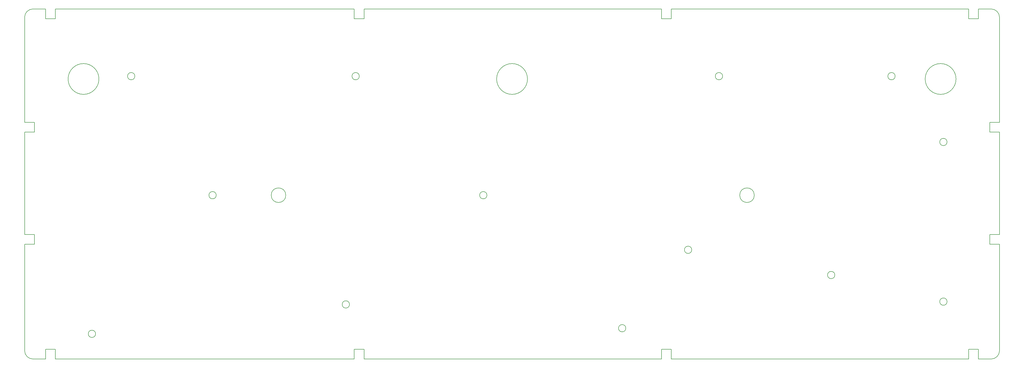
<source format=gbr>
G04 #@! TF.GenerationSoftware,KiCad,Pcbnew,5.1.5-52549c5~84~ubuntu16.04.1*
G04 #@! TF.CreationDate,2019-12-22T20:02:01+06:00*
G04 #@! TF.ProjectId,wasd-keyboard,77617364-2d6b-4657-9962-6f6172642e6b,rev?*
G04 #@! TF.SameCoordinates,Original*
G04 #@! TF.FileFunction,Profile,NP*
%FSLAX46Y46*%
G04 Gerber Fmt 4.6, Leading zero omitted, Abs format (unit mm)*
G04 Created by KiCad (PCBNEW 5.1.5-52549c5~84~ubuntu16.04.1) date 2019-12-22 20:02:01*
%MOMM*%
%LPD*%
G04 APERTURE LIST*
%ADD10C,0.150000*%
G04 APERTURE END LIST*
D10*
X264300000Y-214000000D02*
G75*
G03X264300000Y-214000000I-1300000J0D01*
G01*
X75300000Y-216000000D02*
G75*
G03X75300000Y-216000000I-1300000J0D01*
G01*
X165800000Y-205500000D02*
G75*
G03X165800000Y-205500000I-1300000J0D01*
G01*
X378800000Y-204500000D02*
G75*
G03X378800000Y-204500000I-1300000J0D01*
G01*
X338800000Y-195000000D02*
G75*
G03X338800000Y-195000000I-1300000J0D01*
G01*
X287800000Y-186000000D02*
G75*
G03X287800000Y-186000000I-1300000J0D01*
G01*
X214800000Y-166500000D02*
G75*
G03X214800000Y-166500000I-1300000J0D01*
G01*
X118300000Y-166500000D02*
G75*
G03X118300000Y-166500000I-1300000J0D01*
G01*
X378800000Y-147500000D02*
G75*
G03X378800000Y-147500000I-1300000J0D01*
G01*
X298800000Y-124000000D02*
G75*
G03X298800000Y-124000000I-1300000J0D01*
G01*
X360300000Y-124000000D02*
G75*
G03X360300000Y-124000000I-1300000J0D01*
G01*
X169300000Y-124000000D02*
G75*
G03X169300000Y-124000000I-1300000J0D01*
G01*
X89300000Y-124000000D02*
G75*
G03X89300000Y-124000000I-1300000J0D01*
G01*
X310100000Y-166500000D02*
G75*
G03X310100000Y-166500000I-2600000J0D01*
G01*
X143100000Y-166500000D02*
G75*
G03X143100000Y-166500000I-2600000J0D01*
G01*
X229250000Y-125000000D02*
G75*
G03X229250000Y-125000000I-5500000J0D01*
G01*
X382000000Y-125000000D02*
G75*
G03X382000000Y-125000000I-5500000J0D01*
G01*
X76500000Y-125000000D02*
G75*
G03X76500000Y-125000000I-5500000J0D01*
G01*
X397500000Y-222000000D02*
G75*
G02X394500000Y-225000000I-3000000J0D01*
G01*
X53000000Y-225000000D02*
G75*
G02X50000000Y-222000000I0J3000000D01*
G01*
X50000000Y-103000000D02*
G75*
G02X53000000Y-100000000I3000000J0D01*
G01*
X394500000Y-100000000D02*
G75*
G02X397500000Y-103000000I0J-3000000D01*
G01*
X394500000Y-225000000D02*
X390000000Y-225000000D01*
X386500000Y-221500000D02*
X390000000Y-221500000D01*
X390000000Y-221500000D02*
X390000000Y-225000000D01*
X386500000Y-225000000D02*
X386500000Y-221500000D01*
X386500000Y-225000000D02*
X280500000Y-225000000D01*
X277000000Y-225000000D02*
X277000000Y-221500000D01*
X280500000Y-221500000D02*
X280500000Y-225000000D01*
X277000000Y-221500000D02*
X280500000Y-221500000D01*
X171000000Y-225000000D02*
X277000000Y-225000000D01*
X171000000Y-221500000D02*
X171000000Y-225000000D01*
X167500000Y-225000000D02*
X167500000Y-221500000D01*
X167500000Y-221500000D02*
X171000000Y-221500000D01*
X61000000Y-225000000D02*
X167500000Y-225000000D01*
X57500000Y-221500000D02*
X61000000Y-221500000D01*
X61000000Y-221500000D02*
X61000000Y-225000000D01*
X57500000Y-225000000D02*
X57500000Y-221500000D01*
X57500000Y-225000000D02*
X53000000Y-225000000D01*
X397500000Y-222000000D02*
X397500000Y-184000000D01*
X394000000Y-180500000D02*
X397500000Y-180500000D01*
X394000000Y-184000000D02*
X394000000Y-180500000D01*
X397500000Y-184000000D02*
X394000000Y-184000000D01*
X397500000Y-144000000D02*
X397500000Y-180500000D01*
X394000000Y-140500000D02*
X397500000Y-140500000D01*
X397500000Y-144000000D02*
X394000000Y-144000000D01*
X394000000Y-144000000D02*
X394000000Y-140500000D01*
X397500000Y-103000000D02*
X397500000Y-140500000D01*
X50000000Y-144000000D02*
X50000000Y-180500000D01*
X53500000Y-184000000D02*
X50000000Y-184000000D01*
X50000000Y-180500000D02*
X53500000Y-180500000D01*
X53500000Y-180500000D02*
X53500000Y-184000000D01*
X53500000Y-144000000D02*
X50000000Y-144000000D01*
X50000000Y-140500000D02*
X53500000Y-140500000D01*
X53500000Y-140500000D02*
X53500000Y-144000000D01*
X50000000Y-222000000D02*
X50000000Y-184000000D01*
X50000000Y-103000000D02*
X50000000Y-140500000D01*
X171000000Y-100000000D02*
X277000000Y-100000000D01*
X171000000Y-103500000D02*
X167500000Y-103500000D01*
X167500000Y-103500000D02*
X167500000Y-100000000D01*
X171000000Y-100000000D02*
X171000000Y-103500000D01*
X61000000Y-100000000D02*
X167500000Y-100000000D01*
X61000000Y-103500000D02*
X57500000Y-103500000D01*
X57500000Y-103500000D02*
X57500000Y-100000000D01*
X61000000Y-100000000D02*
X61000000Y-103500000D01*
X57500000Y-100000000D02*
X53000000Y-100000000D01*
X280500000Y-103500000D02*
X277000000Y-103500000D01*
X277000000Y-103500000D02*
X277000000Y-100000000D01*
X280500000Y-100000000D02*
X280500000Y-103500000D01*
X386500000Y-100000000D02*
X280500000Y-100000000D01*
X386500000Y-103500000D02*
X386500000Y-100000000D01*
X390000000Y-103500000D02*
X386500000Y-103500000D01*
X390000000Y-100000000D02*
X390000000Y-103500000D01*
X394500000Y-100000000D02*
X390000000Y-100000000D01*
M02*

</source>
